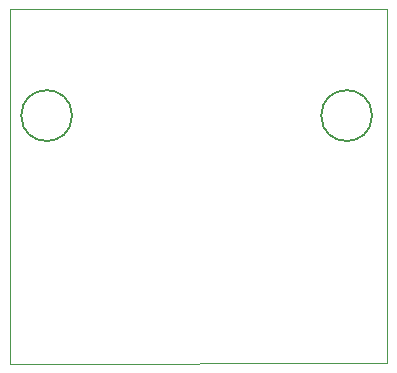
<source format=gbr>
%TF.GenerationSoftware,KiCad,Pcbnew,(6.0.9)*%
%TF.CreationDate,2023-04-01T13:56:01-08:00*%
%TF.ProjectId,JETT STATION SELECT PLACARD,4a455454-2053-4544-9154-494f4e205345,3*%
%TF.SameCoordinates,Original*%
%TF.FileFunction,Profile,NP*%
%FSLAX46Y46*%
G04 Gerber Fmt 4.6, Leading zero omitted, Abs format (unit mm)*
G04 Created by KiCad (PCBNEW (6.0.9)) date 2023-04-01 13:56:01*
%MOMM*%
%LPD*%
G01*
G04 APERTURE LIST*
%TA.AperFunction,Profile*%
%ADD10C,0.200000*%
%TD*%
%TA.AperFunction,Profile*%
%ADD11C,0.050000*%
%TD*%
G04 APERTURE END LIST*
D10*
X136996759Y-89979990D02*
G75*
G03*
X136996759Y-89979990I-2152650J0D01*
G01*
D11*
X131724400Y-80975200D02*
X131724400Y-110998000D01*
X163626800Y-80975200D02*
X131724400Y-80975200D01*
X163677600Y-110947200D02*
X163626800Y-80975200D01*
X131724400Y-110998000D02*
X163677600Y-110947200D01*
D10*
X162396760Y-89979990D02*
G75*
G03*
X162396760Y-89979990I-2152651J0D01*
G01*
M02*

</source>
